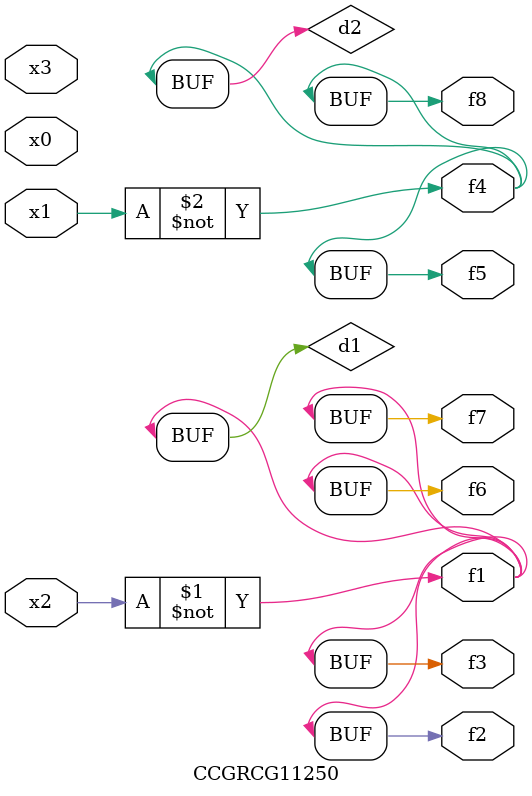
<source format=v>
module CCGRCG11250(
	input x0, x1, x2, x3,
	output f1, f2, f3, f4, f5, f6, f7, f8
);

	wire d1, d2;

	xnor (d1, x2);
	not (d2, x1);
	assign f1 = d1;
	assign f2 = d1;
	assign f3 = d1;
	assign f4 = d2;
	assign f5 = d2;
	assign f6 = d1;
	assign f7 = d1;
	assign f8 = d2;
endmodule

</source>
